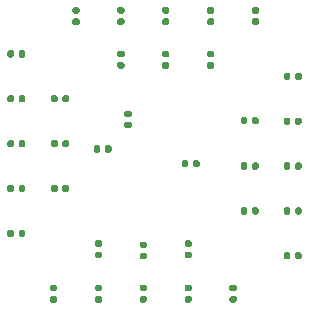
<source format=gbr>
G04 #@! TF.GenerationSoftware,KiCad,Pcbnew,(6.0.9)*
G04 #@! TF.CreationDate,2024-07-14T21:03:07-07:00*
G04 #@! TF.ProjectId,AccArray_QFN,41636341-7272-4617-995f-51464e2e6b69,rev?*
G04 #@! TF.SameCoordinates,Original*
G04 #@! TF.FileFunction,Paste,Bot*
G04 #@! TF.FilePolarity,Positive*
%FSLAX46Y46*%
G04 Gerber Fmt 4.6, Leading zero omitted, Abs format (unit mm)*
G04 Created by KiCad (PCBNEW (6.0.9)) date 2024-07-14 21:03:07*
%MOMM*%
%LPD*%
G01*
G04 APERTURE LIST*
G04 APERTURE END LIST*
G04 #@! TO.C,C75*
G36*
G01*
X106820000Y-82503952D02*
X106480000Y-82503952D01*
G75*
G02*
X106340000Y-82363952I0J140000D01*
G01*
X106340000Y-82083952D01*
G75*
G02*
X106480000Y-81943952I140000J0D01*
G01*
X106820000Y-81943952D01*
G75*
G02*
X106960000Y-82083952I0J-140000D01*
G01*
X106960000Y-82363952D01*
G75*
G02*
X106820000Y-82503952I-140000J0D01*
G01*
G37*
G36*
G01*
X106820000Y-81543952D02*
X106480000Y-81543952D01*
G75*
G02*
X106340000Y-81403952I0J140000D01*
G01*
X106340000Y-81123952D01*
G75*
G02*
X106480000Y-80983952I140000J0D01*
G01*
X106820000Y-80983952D01*
G75*
G02*
X106960000Y-81123952I0J-140000D01*
G01*
X106960000Y-81403952D01*
G75*
G02*
X106820000Y-81543952I-140000J0D01*
G01*
G37*
G04 #@! TD*
G04 #@! TO.C,C26*
G36*
G01*
X104580000Y-61183952D02*
X104920000Y-61183952D01*
G75*
G02*
X105060000Y-61323952I0J-140000D01*
G01*
X105060000Y-61603952D01*
G75*
G02*
X104920000Y-61743952I-140000J0D01*
G01*
X104580000Y-61743952D01*
G75*
G02*
X104440000Y-61603952I0J140000D01*
G01*
X104440000Y-61323952D01*
G75*
G02*
X104580000Y-61183952I140000J0D01*
G01*
G37*
G36*
G01*
X104580000Y-62143952D02*
X104920000Y-62143952D01*
G75*
G02*
X105060000Y-62283952I0J-140000D01*
G01*
X105060000Y-62563952D01*
G75*
G02*
X104920000Y-62703952I-140000J0D01*
G01*
X104580000Y-62703952D01*
G75*
G02*
X104440000Y-62563952I0J140000D01*
G01*
X104440000Y-62283952D01*
G75*
G02*
X104580000Y-62143952I140000J0D01*
G01*
G37*
G04 #@! TD*
G04 #@! TO.C,C113*
G36*
G01*
X103810000Y-70580000D02*
X103810000Y-70920000D01*
G75*
G02*
X103670000Y-71060000I-140000J0D01*
G01*
X103390000Y-71060000D01*
G75*
G02*
X103250000Y-70920000I0J140000D01*
G01*
X103250000Y-70580000D01*
G75*
G02*
X103390000Y-70440000I140000J0D01*
G01*
X103670000Y-70440000D01*
G75*
G02*
X103810000Y-70580000I0J-140000D01*
G01*
G37*
G36*
G01*
X102850000Y-70580000D02*
X102850000Y-70920000D01*
G75*
G02*
X102710000Y-71060000I-140000J0D01*
G01*
X102430000Y-71060000D01*
G75*
G02*
X102290000Y-70920000I0J140000D01*
G01*
X102290000Y-70580000D01*
G75*
G02*
X102430000Y-70440000I140000J0D01*
G01*
X102710000Y-70440000D01*
G75*
G02*
X102850000Y-70580000I0J-140000D01*
G01*
G37*
G04 #@! TD*
G04 #@! TO.C,C52*
G36*
G01*
X112460000Y-66973952D02*
X112460000Y-67313952D01*
G75*
G02*
X112320000Y-67453952I-140000J0D01*
G01*
X112040000Y-67453952D01*
G75*
G02*
X111900000Y-67313952I0J140000D01*
G01*
X111900000Y-66973952D01*
G75*
G02*
X112040000Y-66833952I140000J0D01*
G01*
X112320000Y-66833952D01*
G75*
G02*
X112460000Y-66973952I0J-140000D01*
G01*
G37*
G36*
G01*
X111500000Y-66973952D02*
X111500000Y-67313952D01*
G75*
G02*
X111360000Y-67453952I-140000J0D01*
G01*
X111080000Y-67453952D01*
G75*
G02*
X110940000Y-67313952I0J140000D01*
G01*
X110940000Y-66973952D01*
G75*
G02*
X111080000Y-66833952I140000J0D01*
G01*
X111360000Y-66833952D01*
G75*
G02*
X111500000Y-66973952I0J-140000D01*
G01*
G37*
G04 #@! TD*
G04 #@! TO.C,C97*
G36*
G01*
X91240000Y-69213952D02*
X91240000Y-68873952D01*
G75*
G02*
X91380000Y-68733952I140000J0D01*
G01*
X91660000Y-68733952D01*
G75*
G02*
X91800000Y-68873952I0J-140000D01*
G01*
X91800000Y-69213952D01*
G75*
G02*
X91660000Y-69353952I-140000J0D01*
G01*
X91380000Y-69353952D01*
G75*
G02*
X91240000Y-69213952I0J140000D01*
G01*
G37*
G36*
G01*
X92200000Y-69213952D02*
X92200000Y-68873952D01*
G75*
G02*
X92340000Y-68733952I140000J0D01*
G01*
X92620000Y-68733952D01*
G75*
G02*
X92760000Y-68873952I0J-140000D01*
G01*
X92760000Y-69213952D01*
G75*
G02*
X92620000Y-69353952I-140000J0D01*
G01*
X92340000Y-69353952D01*
G75*
G02*
X92200000Y-69213952I0J140000D01*
G01*
G37*
G04 #@! TD*
G04 #@! TO.C,C54*
G36*
G01*
X112460000Y-74573952D02*
X112460000Y-74913952D01*
G75*
G02*
X112320000Y-75053952I-140000J0D01*
G01*
X112040000Y-75053952D01*
G75*
G02*
X111900000Y-74913952I0J140000D01*
G01*
X111900000Y-74573952D01*
G75*
G02*
X112040000Y-74433952I140000J0D01*
G01*
X112320000Y-74433952D01*
G75*
G02*
X112460000Y-74573952I0J-140000D01*
G01*
G37*
G36*
G01*
X111500000Y-74573952D02*
X111500000Y-74913952D01*
G75*
G02*
X111360000Y-75053952I-140000J0D01*
G01*
X111080000Y-75053952D01*
G75*
G02*
X110940000Y-74913952I0J140000D01*
G01*
X110940000Y-74573952D01*
G75*
G02*
X111080000Y-74433952I140000J0D01*
G01*
X111360000Y-74433952D01*
G75*
G02*
X111500000Y-74573952I0J-140000D01*
G01*
G37*
G04 #@! TD*
G04 #@! TO.C,C78*
G36*
G01*
X95420000Y-82503952D02*
X95080000Y-82503952D01*
G75*
G02*
X94940000Y-82363952I0J140000D01*
G01*
X94940000Y-82083952D01*
G75*
G02*
X95080000Y-81943952I140000J0D01*
G01*
X95420000Y-81943952D01*
G75*
G02*
X95560000Y-82083952I0J-140000D01*
G01*
X95560000Y-82363952D01*
G75*
G02*
X95420000Y-82503952I-140000J0D01*
G01*
G37*
G36*
G01*
X95420000Y-81543952D02*
X95080000Y-81543952D01*
G75*
G02*
X94940000Y-81403952I0J140000D01*
G01*
X94940000Y-81123952D01*
G75*
G02*
X95080000Y-80983952I140000J0D01*
G01*
X95420000Y-80983952D01*
G75*
G02*
X95560000Y-81123952I0J-140000D01*
G01*
X95560000Y-81403952D01*
G75*
G02*
X95420000Y-81543952I-140000J0D01*
G01*
G37*
G04 #@! TD*
G04 #@! TO.C,C102*
G36*
G01*
X87540000Y-65420000D02*
X87540000Y-65080000D01*
G75*
G02*
X87680000Y-64940000I140000J0D01*
G01*
X87960000Y-64940000D01*
G75*
G02*
X88100000Y-65080000I0J-140000D01*
G01*
X88100000Y-65420000D01*
G75*
G02*
X87960000Y-65560000I-140000J0D01*
G01*
X87680000Y-65560000D01*
G75*
G02*
X87540000Y-65420000I0J140000D01*
G01*
G37*
G36*
G01*
X88500000Y-65420000D02*
X88500000Y-65080000D01*
G75*
G02*
X88640000Y-64940000I140000J0D01*
G01*
X88920000Y-64940000D01*
G75*
G02*
X89060000Y-65080000I0J-140000D01*
G01*
X89060000Y-65420000D01*
G75*
G02*
X88920000Y-65560000I-140000J0D01*
G01*
X88640000Y-65560000D01*
G75*
G02*
X88500000Y-65420000I0J140000D01*
G01*
G37*
G04 #@! TD*
G04 #@! TO.C,C96*
G36*
G01*
X91240000Y-73013952D02*
X91240000Y-72673952D01*
G75*
G02*
X91380000Y-72533952I140000J0D01*
G01*
X91660000Y-72533952D01*
G75*
G02*
X91800000Y-72673952I0J-140000D01*
G01*
X91800000Y-73013952D01*
G75*
G02*
X91660000Y-73153952I-140000J0D01*
G01*
X91380000Y-73153952D01*
G75*
G02*
X91240000Y-73013952I0J140000D01*
G01*
G37*
G36*
G01*
X92200000Y-73013952D02*
X92200000Y-72673952D01*
G75*
G02*
X92340000Y-72533952I140000J0D01*
G01*
X92620000Y-72533952D01*
G75*
G02*
X92760000Y-72673952I0J-140000D01*
G01*
X92760000Y-73013952D01*
G75*
G02*
X92620000Y-73153952I-140000J0D01*
G01*
X92340000Y-73153952D01*
G75*
G02*
X92200000Y-73013952I0J140000D01*
G01*
G37*
G04 #@! TD*
G04 #@! TO.C,C72*
G36*
G01*
X103020000Y-78753952D02*
X102680000Y-78753952D01*
G75*
G02*
X102540000Y-78613952I0J140000D01*
G01*
X102540000Y-78333952D01*
G75*
G02*
X102680000Y-78193952I140000J0D01*
G01*
X103020000Y-78193952D01*
G75*
G02*
X103160000Y-78333952I0J-140000D01*
G01*
X103160000Y-78613952D01*
G75*
G02*
X103020000Y-78753952I-140000J0D01*
G01*
G37*
G36*
G01*
X103020000Y-77793952D02*
X102680000Y-77793952D01*
G75*
G02*
X102540000Y-77653952I0J140000D01*
G01*
X102540000Y-77373952D01*
G75*
G02*
X102680000Y-77233952I140000J0D01*
G01*
X103020000Y-77233952D01*
G75*
G02*
X103160000Y-77373952I0J-140000D01*
G01*
X103160000Y-77653952D01*
G75*
G02*
X103020000Y-77793952I-140000J0D01*
G01*
G37*
G04 #@! TD*
G04 #@! TO.C,C53*
G36*
G01*
X112460000Y-70773952D02*
X112460000Y-71113952D01*
G75*
G02*
X112320000Y-71253952I-140000J0D01*
G01*
X112040000Y-71253952D01*
G75*
G02*
X111900000Y-71113952I0J140000D01*
G01*
X111900000Y-70773952D01*
G75*
G02*
X112040000Y-70633952I140000J0D01*
G01*
X112320000Y-70633952D01*
G75*
G02*
X112460000Y-70773952I0J-140000D01*
G01*
G37*
G36*
G01*
X111500000Y-70773952D02*
X111500000Y-71113952D01*
G75*
G02*
X111360000Y-71253952I-140000J0D01*
G01*
X111080000Y-71253952D01*
G75*
G02*
X110940000Y-71113952I0J140000D01*
G01*
X110940000Y-70773952D01*
G75*
G02*
X111080000Y-70633952I140000J0D01*
G01*
X111360000Y-70633952D01*
G75*
G02*
X111500000Y-70773952I0J-140000D01*
G01*
G37*
G04 #@! TD*
G04 #@! TO.C,C48*
G36*
G01*
X108810000Y-66923952D02*
X108810000Y-67263952D01*
G75*
G02*
X108670000Y-67403952I-140000J0D01*
G01*
X108390000Y-67403952D01*
G75*
G02*
X108250000Y-67263952I0J140000D01*
G01*
X108250000Y-66923952D01*
G75*
G02*
X108390000Y-66783952I140000J0D01*
G01*
X108670000Y-66783952D01*
G75*
G02*
X108810000Y-66923952I0J-140000D01*
G01*
G37*
G36*
G01*
X107850000Y-66923952D02*
X107850000Y-67263952D01*
G75*
G02*
X107710000Y-67403952I-140000J0D01*
G01*
X107430000Y-67403952D01*
G75*
G02*
X107290000Y-67263952I0J140000D01*
G01*
X107290000Y-66923952D01*
G75*
G02*
X107430000Y-66783952I140000J0D01*
G01*
X107710000Y-66783952D01*
G75*
G02*
X107850000Y-66923952I0J-140000D01*
G01*
G37*
G04 #@! TD*
G04 #@! TO.C,C51*
G36*
G01*
X112460000Y-63173952D02*
X112460000Y-63513952D01*
G75*
G02*
X112320000Y-63653952I-140000J0D01*
G01*
X112040000Y-63653952D01*
G75*
G02*
X111900000Y-63513952I0J140000D01*
G01*
X111900000Y-63173952D01*
G75*
G02*
X112040000Y-63033952I140000J0D01*
G01*
X112320000Y-63033952D01*
G75*
G02*
X112460000Y-63173952I0J-140000D01*
G01*
G37*
G36*
G01*
X111500000Y-63173952D02*
X111500000Y-63513952D01*
G75*
G02*
X111360000Y-63653952I-140000J0D01*
G01*
X111080000Y-63653952D01*
G75*
G02*
X110940000Y-63513952I0J140000D01*
G01*
X110940000Y-63173952D01*
G75*
G02*
X111080000Y-63033952I140000J0D01*
G01*
X111360000Y-63033952D01*
G75*
G02*
X111500000Y-63173952I0J-140000D01*
G01*
G37*
G04 #@! TD*
G04 #@! TO.C,C77*
G36*
G01*
X99220000Y-82503952D02*
X98880000Y-82503952D01*
G75*
G02*
X98740000Y-82363952I0J140000D01*
G01*
X98740000Y-82083952D01*
G75*
G02*
X98880000Y-81943952I140000J0D01*
G01*
X99220000Y-81943952D01*
G75*
G02*
X99360000Y-82083952I0J-140000D01*
G01*
X99360000Y-82363952D01*
G75*
G02*
X99220000Y-82503952I-140000J0D01*
G01*
G37*
G36*
G01*
X99220000Y-81543952D02*
X98880000Y-81543952D01*
G75*
G02*
X98740000Y-81403952I0J140000D01*
G01*
X98740000Y-81123952D01*
G75*
G02*
X98880000Y-80983952I140000J0D01*
G01*
X99220000Y-80983952D01*
G75*
G02*
X99360000Y-81123952I0J-140000D01*
G01*
X99360000Y-81403952D01*
G75*
G02*
X99220000Y-81543952I-140000J0D01*
G01*
G37*
G04 #@! TD*
G04 #@! TO.C,C29*
G36*
G01*
X100780000Y-57483952D02*
X101120000Y-57483952D01*
G75*
G02*
X101260000Y-57623952I0J-140000D01*
G01*
X101260000Y-57903952D01*
G75*
G02*
X101120000Y-58043952I-140000J0D01*
G01*
X100780000Y-58043952D01*
G75*
G02*
X100640000Y-57903952I0J140000D01*
G01*
X100640000Y-57623952D01*
G75*
G02*
X100780000Y-57483952I140000J0D01*
G01*
G37*
G36*
G01*
X100780000Y-58443952D02*
X101120000Y-58443952D01*
G75*
G02*
X101260000Y-58583952I0J-140000D01*
G01*
X101260000Y-58863952D01*
G75*
G02*
X101120000Y-59003952I-140000J0D01*
G01*
X100780000Y-59003952D01*
G75*
G02*
X100640000Y-58863952I0J140000D01*
G01*
X100640000Y-58583952D01*
G75*
G02*
X100780000Y-58443952I140000J0D01*
G01*
G37*
G04 #@! TD*
G04 #@! TO.C,C50*
G36*
G01*
X108810000Y-74573952D02*
X108810000Y-74913952D01*
G75*
G02*
X108670000Y-75053952I-140000J0D01*
G01*
X108390000Y-75053952D01*
G75*
G02*
X108250000Y-74913952I0J140000D01*
G01*
X108250000Y-74573952D01*
G75*
G02*
X108390000Y-74433952I140000J0D01*
G01*
X108670000Y-74433952D01*
G75*
G02*
X108810000Y-74573952I0J-140000D01*
G01*
G37*
G36*
G01*
X107850000Y-74573952D02*
X107850000Y-74913952D01*
G75*
G02*
X107710000Y-75053952I-140000J0D01*
G01*
X107430000Y-75053952D01*
G75*
G02*
X107290000Y-74913952I0J140000D01*
G01*
X107290000Y-74573952D01*
G75*
G02*
X107430000Y-74433952I140000J0D01*
G01*
X107710000Y-74433952D01*
G75*
G02*
X107850000Y-74573952I0J-140000D01*
G01*
G37*
G04 #@! TD*
G04 #@! TO.C,C55*
G36*
G01*
X112460000Y-78373952D02*
X112460000Y-78713952D01*
G75*
G02*
X112320000Y-78853952I-140000J0D01*
G01*
X112040000Y-78853952D01*
G75*
G02*
X111900000Y-78713952I0J140000D01*
G01*
X111900000Y-78373952D01*
G75*
G02*
X112040000Y-78233952I140000J0D01*
G01*
X112320000Y-78233952D01*
G75*
G02*
X112460000Y-78373952I0J-140000D01*
G01*
G37*
G36*
G01*
X111500000Y-78373952D02*
X111500000Y-78713952D01*
G75*
G02*
X111360000Y-78853952I-140000J0D01*
G01*
X111080000Y-78853952D01*
G75*
G02*
X110940000Y-78713952I0J140000D01*
G01*
X110940000Y-78373952D01*
G75*
G02*
X111080000Y-78233952I140000J0D01*
G01*
X111360000Y-78233952D01*
G75*
G02*
X111500000Y-78373952I0J-140000D01*
G01*
G37*
G04 #@! TD*
G04 #@! TO.C,C100*
G36*
G01*
X87540000Y-73013952D02*
X87540000Y-72673952D01*
G75*
G02*
X87680000Y-72533952I140000J0D01*
G01*
X87960000Y-72533952D01*
G75*
G02*
X88100000Y-72673952I0J-140000D01*
G01*
X88100000Y-73013952D01*
G75*
G02*
X87960000Y-73153952I-140000J0D01*
G01*
X87680000Y-73153952D01*
G75*
G02*
X87540000Y-73013952I0J140000D01*
G01*
G37*
G36*
G01*
X88500000Y-73013952D02*
X88500000Y-72673952D01*
G75*
G02*
X88640000Y-72533952I140000J0D01*
G01*
X88920000Y-72533952D01*
G75*
G02*
X89060000Y-72673952I0J-140000D01*
G01*
X89060000Y-73013952D01*
G75*
G02*
X88920000Y-73153952I-140000J0D01*
G01*
X88640000Y-73153952D01*
G75*
G02*
X88500000Y-73013952I0J140000D01*
G01*
G37*
G04 #@! TD*
G04 #@! TO.C,C30*
G36*
G01*
X104580000Y-57483952D02*
X104920000Y-57483952D01*
G75*
G02*
X105060000Y-57623952I0J-140000D01*
G01*
X105060000Y-57903952D01*
G75*
G02*
X104920000Y-58043952I-140000J0D01*
G01*
X104580000Y-58043952D01*
G75*
G02*
X104440000Y-57903952I0J140000D01*
G01*
X104440000Y-57623952D01*
G75*
G02*
X104580000Y-57483952I140000J0D01*
G01*
G37*
G36*
G01*
X104580000Y-58443952D02*
X104920000Y-58443952D01*
G75*
G02*
X105060000Y-58583952I0J-140000D01*
G01*
X105060000Y-58863952D01*
G75*
G02*
X104920000Y-59003952I-140000J0D01*
G01*
X104580000Y-59003952D01*
G75*
G02*
X104440000Y-58863952I0J140000D01*
G01*
X104440000Y-58583952D01*
G75*
G02*
X104580000Y-58443952I140000J0D01*
G01*
G37*
G04 #@! TD*
G04 #@! TO.C,C101*
G36*
G01*
X87540000Y-69220000D02*
X87540000Y-68880000D01*
G75*
G02*
X87680000Y-68740000I140000J0D01*
G01*
X87960000Y-68740000D01*
G75*
G02*
X88100000Y-68880000I0J-140000D01*
G01*
X88100000Y-69220000D01*
G75*
G02*
X87960000Y-69360000I-140000J0D01*
G01*
X87680000Y-69360000D01*
G75*
G02*
X87540000Y-69220000I0J140000D01*
G01*
G37*
G36*
G01*
X88500000Y-69220000D02*
X88500000Y-68880000D01*
G75*
G02*
X88640000Y-68740000I140000J0D01*
G01*
X88920000Y-68740000D01*
G75*
G02*
X89060000Y-68880000I0J-140000D01*
G01*
X89060000Y-69220000D01*
G75*
G02*
X88920000Y-69360000I-140000J0D01*
G01*
X88640000Y-69360000D01*
G75*
G02*
X88500000Y-69220000I0J140000D01*
G01*
G37*
G04 #@! TD*
G04 #@! TO.C,C49*
G36*
G01*
X108810000Y-70773952D02*
X108810000Y-71113952D01*
G75*
G02*
X108670000Y-71253952I-140000J0D01*
G01*
X108390000Y-71253952D01*
G75*
G02*
X108250000Y-71113952I0J140000D01*
G01*
X108250000Y-70773952D01*
G75*
G02*
X108390000Y-70633952I140000J0D01*
G01*
X108670000Y-70633952D01*
G75*
G02*
X108810000Y-70773952I0J-140000D01*
G01*
G37*
G36*
G01*
X107850000Y-70773952D02*
X107850000Y-71113952D01*
G75*
G02*
X107710000Y-71253952I-140000J0D01*
G01*
X107430000Y-71253952D01*
G75*
G02*
X107290000Y-71113952I0J140000D01*
G01*
X107290000Y-70773952D01*
G75*
G02*
X107430000Y-70633952I140000J0D01*
G01*
X107710000Y-70633952D01*
G75*
G02*
X107850000Y-70773952I0J-140000D01*
G01*
G37*
G04 #@! TD*
G04 #@! TO.C,C99*
G36*
G01*
X87540000Y-76813952D02*
X87540000Y-76473952D01*
G75*
G02*
X87680000Y-76333952I140000J0D01*
G01*
X87960000Y-76333952D01*
G75*
G02*
X88100000Y-76473952I0J-140000D01*
G01*
X88100000Y-76813952D01*
G75*
G02*
X87960000Y-76953952I-140000J0D01*
G01*
X87680000Y-76953952D01*
G75*
G02*
X87540000Y-76813952I0J140000D01*
G01*
G37*
G36*
G01*
X88500000Y-76813952D02*
X88500000Y-76473952D01*
G75*
G02*
X88640000Y-76333952I140000J0D01*
G01*
X88920000Y-76333952D01*
G75*
G02*
X89060000Y-76473952I0J-140000D01*
G01*
X89060000Y-76813952D01*
G75*
G02*
X88920000Y-76953952I-140000J0D01*
G01*
X88640000Y-76953952D01*
G75*
G02*
X88500000Y-76813952I0J140000D01*
G01*
G37*
G04 #@! TD*
G04 #@! TO.C,C112*
G36*
G01*
X94840000Y-69670000D02*
X94840000Y-69330000D01*
G75*
G02*
X94980000Y-69190000I140000J0D01*
G01*
X95260000Y-69190000D01*
G75*
G02*
X95400000Y-69330000I0J-140000D01*
G01*
X95400000Y-69670000D01*
G75*
G02*
X95260000Y-69810000I-140000J0D01*
G01*
X94980000Y-69810000D01*
G75*
G02*
X94840000Y-69670000I0J140000D01*
G01*
G37*
G36*
G01*
X95800000Y-69670000D02*
X95800000Y-69330000D01*
G75*
G02*
X95940000Y-69190000I140000J0D01*
G01*
X96220000Y-69190000D01*
G75*
G02*
X96360000Y-69330000I0J-140000D01*
G01*
X96360000Y-69670000D01*
G75*
G02*
X96220000Y-69810000I-140000J0D01*
G01*
X95940000Y-69810000D01*
G75*
G02*
X95800000Y-69670000I0J140000D01*
G01*
G37*
G04 #@! TD*
G04 #@! TO.C,C24*
G36*
G01*
X96980000Y-61183952D02*
X97320000Y-61183952D01*
G75*
G02*
X97460000Y-61323952I0J-140000D01*
G01*
X97460000Y-61603952D01*
G75*
G02*
X97320000Y-61743952I-140000J0D01*
G01*
X96980000Y-61743952D01*
G75*
G02*
X96840000Y-61603952I0J140000D01*
G01*
X96840000Y-61323952D01*
G75*
G02*
X96980000Y-61183952I140000J0D01*
G01*
G37*
G36*
G01*
X96980000Y-62143952D02*
X97320000Y-62143952D01*
G75*
G02*
X97460000Y-62283952I0J-140000D01*
G01*
X97460000Y-62563952D01*
G75*
G02*
X97320000Y-62703952I-140000J0D01*
G01*
X96980000Y-62703952D01*
G75*
G02*
X96840000Y-62563952I0J140000D01*
G01*
X96840000Y-62283952D01*
G75*
G02*
X96980000Y-62143952I140000J0D01*
G01*
G37*
G04 #@! TD*
G04 #@! TO.C,C76*
G36*
G01*
X103020000Y-82503952D02*
X102680000Y-82503952D01*
G75*
G02*
X102540000Y-82363952I0J140000D01*
G01*
X102540000Y-82083952D01*
G75*
G02*
X102680000Y-81943952I140000J0D01*
G01*
X103020000Y-81943952D01*
G75*
G02*
X103160000Y-82083952I0J-140000D01*
G01*
X103160000Y-82363952D01*
G75*
G02*
X103020000Y-82503952I-140000J0D01*
G01*
G37*
G36*
G01*
X103020000Y-81543952D02*
X102680000Y-81543952D01*
G75*
G02*
X102540000Y-81403952I0J140000D01*
G01*
X102540000Y-81123952D01*
G75*
G02*
X102680000Y-80983952I140000J0D01*
G01*
X103020000Y-80983952D01*
G75*
G02*
X103160000Y-81123952I0J-140000D01*
G01*
X103160000Y-81403952D01*
G75*
G02*
X103020000Y-81543952I-140000J0D01*
G01*
G37*
G04 #@! TD*
G04 #@! TO.C,C31*
G36*
G01*
X108380000Y-57483952D02*
X108720000Y-57483952D01*
G75*
G02*
X108860000Y-57623952I0J-140000D01*
G01*
X108860000Y-57903952D01*
G75*
G02*
X108720000Y-58043952I-140000J0D01*
G01*
X108380000Y-58043952D01*
G75*
G02*
X108240000Y-57903952I0J140000D01*
G01*
X108240000Y-57623952D01*
G75*
G02*
X108380000Y-57483952I140000J0D01*
G01*
G37*
G36*
G01*
X108380000Y-58443952D02*
X108720000Y-58443952D01*
G75*
G02*
X108860000Y-58583952I0J-140000D01*
G01*
X108860000Y-58863952D01*
G75*
G02*
X108720000Y-59003952I-140000J0D01*
G01*
X108380000Y-59003952D01*
G75*
G02*
X108240000Y-58863952I0J140000D01*
G01*
X108240000Y-58583952D01*
G75*
G02*
X108380000Y-58443952I140000J0D01*
G01*
G37*
G04 #@! TD*
G04 #@! TO.C,C73*
G36*
G01*
X99220000Y-78853952D02*
X98880000Y-78853952D01*
G75*
G02*
X98740000Y-78713952I0J140000D01*
G01*
X98740000Y-78433952D01*
G75*
G02*
X98880000Y-78293952I140000J0D01*
G01*
X99220000Y-78293952D01*
G75*
G02*
X99360000Y-78433952I0J-140000D01*
G01*
X99360000Y-78713952D01*
G75*
G02*
X99220000Y-78853952I-140000J0D01*
G01*
G37*
G36*
G01*
X99220000Y-77893952D02*
X98880000Y-77893952D01*
G75*
G02*
X98740000Y-77753952I0J140000D01*
G01*
X98740000Y-77473952D01*
G75*
G02*
X98880000Y-77333952I140000J0D01*
G01*
X99220000Y-77333952D01*
G75*
G02*
X99360000Y-77473952I0J-140000D01*
G01*
X99360000Y-77753952D01*
G75*
G02*
X99220000Y-77893952I-140000J0D01*
G01*
G37*
G04 #@! TD*
G04 #@! TO.C,C79*
G36*
G01*
X91620000Y-82503952D02*
X91280000Y-82503952D01*
G75*
G02*
X91140000Y-82363952I0J140000D01*
G01*
X91140000Y-82083952D01*
G75*
G02*
X91280000Y-81943952I140000J0D01*
G01*
X91620000Y-81943952D01*
G75*
G02*
X91760000Y-82083952I0J-140000D01*
G01*
X91760000Y-82363952D01*
G75*
G02*
X91620000Y-82503952I-140000J0D01*
G01*
G37*
G36*
G01*
X91620000Y-81543952D02*
X91280000Y-81543952D01*
G75*
G02*
X91140000Y-81403952I0J140000D01*
G01*
X91140000Y-81123952D01*
G75*
G02*
X91280000Y-80983952I140000J0D01*
G01*
X91620000Y-80983952D01*
G75*
G02*
X91760000Y-81123952I0J-140000D01*
G01*
X91760000Y-81403952D01*
G75*
G02*
X91620000Y-81543952I-140000J0D01*
G01*
G37*
G04 #@! TD*
G04 #@! TO.C,C103*
G36*
G01*
X87540000Y-61620000D02*
X87540000Y-61280000D01*
G75*
G02*
X87680000Y-61140000I140000J0D01*
G01*
X87960000Y-61140000D01*
G75*
G02*
X88100000Y-61280000I0J-140000D01*
G01*
X88100000Y-61620000D01*
G75*
G02*
X87960000Y-61760000I-140000J0D01*
G01*
X87680000Y-61760000D01*
G75*
G02*
X87540000Y-61620000I0J140000D01*
G01*
G37*
G36*
G01*
X88500000Y-61620000D02*
X88500000Y-61280000D01*
G75*
G02*
X88640000Y-61140000I140000J0D01*
G01*
X88920000Y-61140000D01*
G75*
G02*
X89060000Y-61280000I0J-140000D01*
G01*
X89060000Y-61620000D01*
G75*
G02*
X88920000Y-61760000I-140000J0D01*
G01*
X88640000Y-61760000D01*
G75*
G02*
X88500000Y-61620000I0J140000D01*
G01*
G37*
G04 #@! TD*
G04 #@! TO.C,C27*
G36*
G01*
X93180000Y-57483952D02*
X93520000Y-57483952D01*
G75*
G02*
X93660000Y-57623952I0J-140000D01*
G01*
X93660000Y-57903952D01*
G75*
G02*
X93520000Y-58043952I-140000J0D01*
G01*
X93180000Y-58043952D01*
G75*
G02*
X93040000Y-57903952I0J140000D01*
G01*
X93040000Y-57623952D01*
G75*
G02*
X93180000Y-57483952I140000J0D01*
G01*
G37*
G36*
G01*
X93180000Y-58443952D02*
X93520000Y-58443952D01*
G75*
G02*
X93660000Y-58583952I0J-140000D01*
G01*
X93660000Y-58863952D01*
G75*
G02*
X93520000Y-59003952I-140000J0D01*
G01*
X93180000Y-59003952D01*
G75*
G02*
X93040000Y-58863952I0J140000D01*
G01*
X93040000Y-58583952D01*
G75*
G02*
X93180000Y-58443952I140000J0D01*
G01*
G37*
G04 #@! TD*
G04 #@! TO.C,C3*
G36*
G01*
X97580000Y-66240000D02*
X97920000Y-66240000D01*
G75*
G02*
X98060000Y-66380000I0J-140000D01*
G01*
X98060000Y-66660000D01*
G75*
G02*
X97920000Y-66800000I-140000J0D01*
G01*
X97580000Y-66800000D01*
G75*
G02*
X97440000Y-66660000I0J140000D01*
G01*
X97440000Y-66380000D01*
G75*
G02*
X97580000Y-66240000I140000J0D01*
G01*
G37*
G36*
G01*
X97580000Y-67200000D02*
X97920000Y-67200000D01*
G75*
G02*
X98060000Y-67340000I0J-140000D01*
G01*
X98060000Y-67620000D01*
G75*
G02*
X97920000Y-67760000I-140000J0D01*
G01*
X97580000Y-67760000D01*
G75*
G02*
X97440000Y-67620000I0J140000D01*
G01*
X97440000Y-67340000D01*
G75*
G02*
X97580000Y-67200000I140000J0D01*
G01*
G37*
G04 #@! TD*
G04 #@! TO.C,C98*
G36*
G01*
X91240000Y-65413952D02*
X91240000Y-65073952D01*
G75*
G02*
X91380000Y-64933952I140000J0D01*
G01*
X91660000Y-64933952D01*
G75*
G02*
X91800000Y-65073952I0J-140000D01*
G01*
X91800000Y-65413952D01*
G75*
G02*
X91660000Y-65553952I-140000J0D01*
G01*
X91380000Y-65553952D01*
G75*
G02*
X91240000Y-65413952I0J140000D01*
G01*
G37*
G36*
G01*
X92200000Y-65413952D02*
X92200000Y-65073952D01*
G75*
G02*
X92340000Y-64933952I140000J0D01*
G01*
X92620000Y-64933952D01*
G75*
G02*
X92760000Y-65073952I0J-140000D01*
G01*
X92760000Y-65413952D01*
G75*
G02*
X92620000Y-65553952I-140000J0D01*
G01*
X92340000Y-65553952D01*
G75*
G02*
X92200000Y-65413952I0J140000D01*
G01*
G37*
G04 #@! TD*
G04 #@! TO.C,C25*
G36*
G01*
X100780000Y-61183952D02*
X101120000Y-61183952D01*
G75*
G02*
X101260000Y-61323952I0J-140000D01*
G01*
X101260000Y-61603952D01*
G75*
G02*
X101120000Y-61743952I-140000J0D01*
G01*
X100780000Y-61743952D01*
G75*
G02*
X100640000Y-61603952I0J140000D01*
G01*
X100640000Y-61323952D01*
G75*
G02*
X100780000Y-61183952I140000J0D01*
G01*
G37*
G36*
G01*
X100780000Y-62143952D02*
X101120000Y-62143952D01*
G75*
G02*
X101260000Y-62283952I0J-140000D01*
G01*
X101260000Y-62563952D01*
G75*
G02*
X101120000Y-62703952I-140000J0D01*
G01*
X100780000Y-62703952D01*
G75*
G02*
X100640000Y-62563952I0J140000D01*
G01*
X100640000Y-62283952D01*
G75*
G02*
X100780000Y-62143952I140000J0D01*
G01*
G37*
G04 #@! TD*
G04 #@! TO.C,C28*
G36*
G01*
X96980000Y-57483952D02*
X97320000Y-57483952D01*
G75*
G02*
X97460000Y-57623952I0J-140000D01*
G01*
X97460000Y-57903952D01*
G75*
G02*
X97320000Y-58043952I-140000J0D01*
G01*
X96980000Y-58043952D01*
G75*
G02*
X96840000Y-57903952I0J140000D01*
G01*
X96840000Y-57623952D01*
G75*
G02*
X96980000Y-57483952I140000J0D01*
G01*
G37*
G36*
G01*
X96980000Y-58443952D02*
X97320000Y-58443952D01*
G75*
G02*
X97460000Y-58583952I0J-140000D01*
G01*
X97460000Y-58863952D01*
G75*
G02*
X97320000Y-59003952I-140000J0D01*
G01*
X96980000Y-59003952D01*
G75*
G02*
X96840000Y-58863952I0J140000D01*
G01*
X96840000Y-58583952D01*
G75*
G02*
X96980000Y-58443952I140000J0D01*
G01*
G37*
G04 #@! TD*
G04 #@! TO.C,C74*
G36*
G01*
X95420000Y-78753952D02*
X95080000Y-78753952D01*
G75*
G02*
X94940000Y-78613952I0J140000D01*
G01*
X94940000Y-78333952D01*
G75*
G02*
X95080000Y-78193952I140000J0D01*
G01*
X95420000Y-78193952D01*
G75*
G02*
X95560000Y-78333952I0J-140000D01*
G01*
X95560000Y-78613952D01*
G75*
G02*
X95420000Y-78753952I-140000J0D01*
G01*
G37*
G36*
G01*
X95420000Y-77793952D02*
X95080000Y-77793952D01*
G75*
G02*
X94940000Y-77653952I0J140000D01*
G01*
X94940000Y-77373952D01*
G75*
G02*
X95080000Y-77233952I140000J0D01*
G01*
X95420000Y-77233952D01*
G75*
G02*
X95560000Y-77373952I0J-140000D01*
G01*
X95560000Y-77653952D01*
G75*
G02*
X95420000Y-77793952I-140000J0D01*
G01*
G37*
G04 #@! TD*
M02*

</source>
